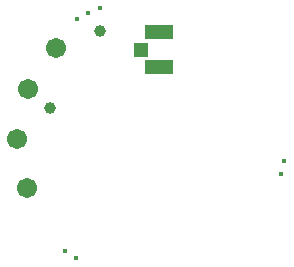
<source format=gts>
G04*
G04 #@! TF.GenerationSoftware,Altium Limited,Altium Designer,19.1.5 (86)*
G04*
G04 Layer_Color=8388736*
%FSAX25Y25*%
%MOIN*%
G70*
G01*
G75*
%ADD16R,0.04737X0.04737*%
%ADD17R,0.09461X0.04934*%
%ADD18C,0.01784*%
%ADD19C,0.03950*%
%ADD20C,0.06706*%
D16*
X0150646Y0189646D02*
D03*
D17*
X0156551Y0183839D02*
D03*
Y0195453D02*
D03*
D18*
X0198315Y0152520D02*
D03*
X0197252Y0148150D02*
D03*
X0136728Y0203413D02*
D03*
X0132902Y0201760D02*
D03*
X0129051Y0199752D02*
D03*
X0128736Y0120236D02*
D03*
X0125087Y0122598D02*
D03*
D19*
X0136818Y0195945D02*
D03*
X0120205Y0170118D02*
D03*
D20*
X0122173Y0190315D02*
D03*
X0112685Y0176440D02*
D03*
X0109181Y0160000D02*
D03*
X0112554Y0143386D02*
D03*
M02*

</source>
